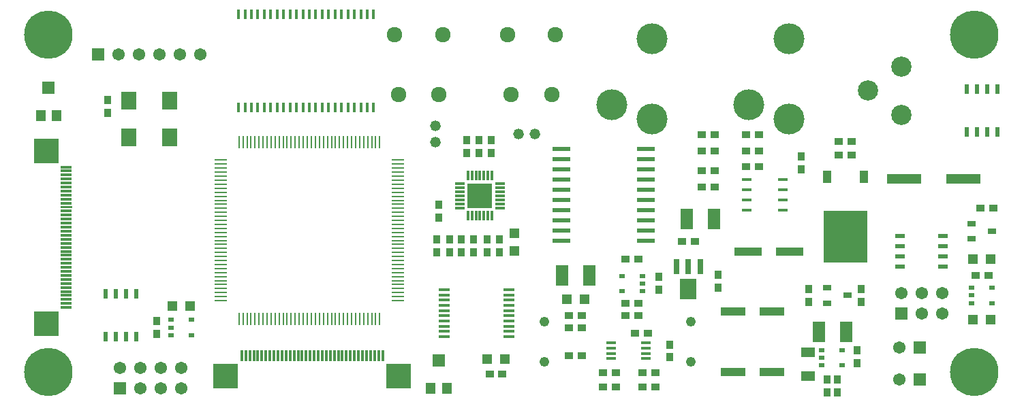
<source format=gts>
G04 #@! TF.FileFunction,Soldermask,Top*
%FSLAX46Y46*%
G04 Gerber Fmt 4.6, Leading zero omitted, Abs format (unit mm)*
G04 Created by KiCad (PCBNEW 4.0.6) date 08/04/17 18:38:55*
%MOMM*%
%LPD*%
G01*
G04 APERTURE LIST*
%ADD10C,0.150000*%
%ADD11C,3.830320*%
%ADD12R,3.020060X1.021080*%
%ADD13C,2.519680*%
%ADD14R,1.270000X1.221740*%
%ADD15R,1.221740X1.270000*%
%ADD16R,0.721360X1.821180*%
%ADD17R,2.019300X2.621280*%
%ADD18R,1.290320X0.401320*%
%ADD19R,0.320040X1.168400*%
%ADD20R,1.168400X0.320040*%
%ADD21R,3.169920X3.169920*%
%ADD22R,3.421380X1.021080*%
%ADD23R,1.671320X1.221740*%
%ADD24R,1.018540X1.617980*%
%ADD25R,5.417820X6.421120*%
%ADD26R,0.419100X1.219200*%
%ADD27R,1.620520X2.519680*%
%ADD28C,6.019800*%
%ADD29R,2.219960X0.619760*%
%ADD30R,1.544320X1.544320*%
%ADD31C,1.544320*%
%ADD32R,4.320540X1.219200*%
%ADD33R,1.021080X0.721360*%
%ADD34R,0.782320X0.528320*%
%ADD35R,1.544320X0.274320*%
%ADD36R,0.274320X1.544320*%
%ADD37C,1.920240*%
%ADD38R,1.821180X2.306320*%
%ADD39R,0.528320X1.163320*%
%ADD40R,1.163320X0.528320*%
%ADD41R,1.219200X0.419100*%
%ADD42R,0.320040X1.419860*%
%ADD43R,3.020060X3.020060*%
%ADD44R,1.419860X0.320040*%
%ADD45R,1.021080X0.820420*%
%ADD46R,0.820420X1.021080*%
%ADD47R,1.419860X0.419100*%
%ADD48C,1.219200*%
%ADD49R,1.620520X1.620520*%
%ADD50R,1.219200X1.419860*%
%ADD51C,1.320800*%
G04 APERTURE END LIST*
D10*
D11*
X78999080Y-4500880D03*
X78999080Y-14500860D03*
X74000360Y-12750800D03*
X95999300Y-4500880D03*
X95999300Y-14500860D03*
X91000580Y-12750800D03*
D12*
X93901260Y-38498780D03*
X89100660Y-38498780D03*
X93901260Y-45999400D03*
X89100660Y-45999400D03*
D13*
X109997240Y-7998460D03*
X105798620Y-11000740D03*
X109999780Y-14000480D03*
D14*
X61899800Y-28795980D03*
X61899800Y-30995620D03*
D15*
X121099580Y-39499540D03*
X118899940Y-39499540D03*
D16*
X85001100Y-32900620D03*
X83499960Y-32900620D03*
X81998820Y-32900620D03*
D17*
X83499960Y-35699700D03*
D18*
X73931780Y-42423080D03*
X73931780Y-43073320D03*
X73931780Y-43723560D03*
X73931780Y-44373800D03*
X78249780Y-44373800D03*
X78249780Y-43723560D03*
X78249780Y-43073320D03*
X78249780Y-42423080D03*
D19*
X56100980Y-26591260D03*
X56601360Y-26591260D03*
X57101740Y-26591260D03*
X57599580Y-26591260D03*
X58097420Y-26591260D03*
X58597800Y-26591260D03*
X59098180Y-26591260D03*
D20*
X60098940Y-25590500D03*
X60098940Y-25090120D03*
X60098940Y-24589740D03*
X60098940Y-24091900D03*
X60098940Y-23594060D03*
X60098940Y-23093680D03*
X60098940Y-22593300D03*
D19*
X59098180Y-21592540D03*
X58597800Y-21592540D03*
X58097420Y-21592540D03*
X57599580Y-21592540D03*
X57101740Y-21592540D03*
X56601360Y-21592540D03*
X56100980Y-21592540D03*
D20*
X55100220Y-22593300D03*
X55100220Y-23093680D03*
X55100220Y-23594060D03*
X55100220Y-24091900D03*
X55100220Y-24589740D03*
X55100220Y-25090120D03*
X55100220Y-25590500D03*
D21*
X57599580Y-24091900D03*
D22*
X96100900Y-31000700D03*
X90898980Y-31000700D03*
D15*
X118899940Y-31998920D03*
X121099580Y-31998920D03*
X68399660Y-37000180D03*
X70599300Y-37000180D03*
X60700920Y-44399200D03*
X58501280Y-44399200D03*
D23*
X98348800Y-43550840D03*
X98348800Y-46550580D03*
D24*
X105277920Y-21701760D03*
D25*
X102999540Y-29199840D03*
D24*
X100721160Y-21701760D03*
D26*
X27599640Y-13101320D03*
X28399740Y-13101320D03*
X29199840Y-13101320D03*
X29999940Y-13101320D03*
X30800040Y-13101320D03*
X31600140Y-13101320D03*
X32400240Y-13101320D03*
X33200340Y-13101320D03*
X34000440Y-13101320D03*
X34800540Y-13101320D03*
X35600640Y-13101320D03*
X36400740Y-13101320D03*
X37200840Y-13101320D03*
X37998400Y-13101320D03*
X38798500Y-13101320D03*
X39598600Y-13101320D03*
X40398700Y-13101320D03*
X41198800Y-13101320D03*
X41998900Y-13101320D03*
X42799000Y-13101320D03*
X43599100Y-13101320D03*
X44399200Y-13101320D03*
X27599640Y-1501140D03*
X28399740Y-1501140D03*
X29199840Y-1501140D03*
X29999940Y-1501140D03*
X30800040Y-1501140D03*
X31600140Y-1501140D03*
X32400240Y-1501140D03*
X33200340Y-1501140D03*
X34000440Y-1501140D03*
X34800540Y-1501140D03*
X35600640Y-1501140D03*
X36400740Y-1501140D03*
X37200840Y-1501140D03*
X38000940Y-1501140D03*
X38798500Y-1501140D03*
X39598600Y-1501140D03*
X40398700Y-1501140D03*
X41198800Y-1501140D03*
X41998900Y-1501140D03*
X42799000Y-1501140D03*
X43599100Y-1501140D03*
X44399200Y-1501140D03*
D27*
X103146860Y-41046400D03*
X99748340Y-41046400D03*
D28*
X118999000Y-45999400D03*
X118999000Y-4000500D03*
X4000500Y-45999400D03*
X4000500Y-4000500D03*
D29*
X67764660Y-18285460D03*
X67764660Y-19555460D03*
X67764660Y-20825460D03*
X67764660Y-22095460D03*
X67764660Y-23365460D03*
X67764660Y-24635460D03*
X67764660Y-25905460D03*
X67764660Y-27175460D03*
X67764660Y-28445460D03*
X67764660Y-29715460D03*
X78234540Y-29715460D03*
X78234540Y-28445460D03*
X78234540Y-27175460D03*
X78234540Y-25905460D03*
X78234540Y-24635460D03*
X78234540Y-23365460D03*
X78234540Y-22095460D03*
X78234540Y-20825460D03*
X78234540Y-19555460D03*
X78234540Y-18285460D03*
D30*
X10149840Y-6499860D03*
D31*
X12689840Y-6499860D03*
X15229840Y-6499860D03*
X17769840Y-6499860D03*
X20309840Y-6499860D03*
X22849840Y-6499860D03*
D30*
X112270540Y-47000160D03*
D31*
X109730540Y-47000160D03*
D30*
X112270540Y-42999660D03*
D31*
X109730540Y-42999660D03*
D30*
X109959140Y-38770560D03*
D31*
X109959140Y-36230560D03*
X112499140Y-38770560D03*
X112499140Y-36230560D03*
X115039140Y-38770560D03*
X115039140Y-36230560D03*
D15*
X19400520Y-37800280D03*
X21600160Y-37800280D03*
D27*
X71198740Y-34000440D03*
X67800220Y-34000440D03*
X86700360Y-27000200D03*
X83301840Y-27000200D03*
D32*
X110299500Y-21998940D03*
X117701060Y-21998940D03*
D33*
X103268780Y-36499800D03*
X100728780Y-37452300D03*
X100728780Y-35547300D03*
X121269760Y-28498800D03*
X118729760Y-29451300D03*
X118729760Y-27546300D03*
D34*
X19230340Y-39547800D03*
X19230340Y-41452800D03*
X21770340Y-39547800D03*
X19230340Y-40500300D03*
X21770340Y-41452800D03*
X118729760Y-35547300D03*
X118729760Y-37452300D03*
X121269760Y-35547300D03*
X118729760Y-36499800D03*
X121269760Y-37452300D03*
X77769720Y-35953700D03*
X77769720Y-34048700D03*
X75229720Y-35953700D03*
X77769720Y-35001200D03*
X75229720Y-34048700D03*
X100078540Y-43294300D03*
X100078540Y-45199300D03*
X102618540Y-43294300D03*
X100078540Y-44246800D03*
X102618540Y-45199300D03*
D35*
X25415240Y-19649440D03*
X25415240Y-20157440D03*
X25415240Y-20652740D03*
X25415240Y-21148040D03*
X25415240Y-21656040D03*
X25415240Y-22151340D03*
X25415240Y-22646640D03*
X25415240Y-23154640D03*
X25415240Y-23649940D03*
X25415240Y-24145240D03*
X25415240Y-24653240D03*
X25415240Y-25148540D03*
X25415240Y-25643840D03*
X25415240Y-26151840D03*
X25415240Y-26647140D03*
X25415240Y-27142440D03*
X25415240Y-27650440D03*
X25415240Y-28145740D03*
X25415240Y-28653740D03*
X25415240Y-29149040D03*
X25415240Y-29657040D03*
X25415240Y-30152340D03*
X25415240Y-30647640D03*
X25415240Y-31155640D03*
X25415240Y-31650940D03*
X25415240Y-32146240D03*
X25415240Y-32654240D03*
X25415240Y-33149540D03*
X25415240Y-33644840D03*
X25415240Y-34152840D03*
X25415240Y-34648140D03*
X25415240Y-35143440D03*
X25415240Y-35651440D03*
X25415240Y-36146740D03*
X25415240Y-36642040D03*
X25415240Y-37150040D03*
D36*
X42153840Y-39385240D03*
X42649140Y-39385240D03*
X43144440Y-39385240D03*
X43652440Y-39385240D03*
X44147740Y-39385240D03*
X44643040Y-39385240D03*
X45151040Y-39385240D03*
X42649140Y-17414240D03*
X42153840Y-17414240D03*
X41645840Y-17414240D03*
X41150540Y-17414240D03*
X40655240Y-17414240D03*
X40147240Y-17414240D03*
X39651940Y-17414240D03*
X39156640Y-17414240D03*
X38648640Y-17414240D03*
X38153340Y-17414240D03*
X37658040Y-17414240D03*
X37150040Y-17414240D03*
X36654740Y-17414240D03*
X36146740Y-17414240D03*
X35651440Y-17414240D03*
X35143440Y-17414240D03*
X34648140Y-17414240D03*
X34152840Y-17414240D03*
X33644840Y-17414240D03*
X33149540Y-17414240D03*
X32654240Y-17414240D03*
X32146240Y-17414240D03*
X31650940Y-17414240D03*
X31155640Y-17414240D03*
X30647640Y-17414240D03*
X30152340Y-17414240D03*
X29657040Y-17414240D03*
X29149040Y-17414240D03*
X28653740Y-17414240D03*
X28158440Y-17414240D03*
X27650440Y-17414240D03*
X27650440Y-39385240D03*
X28158440Y-39385240D03*
X28653740Y-39385240D03*
X29149040Y-39385240D03*
X29657040Y-39385240D03*
X30152340Y-39385240D03*
X30647640Y-39385240D03*
X31155640Y-39385240D03*
X31650940Y-39385240D03*
X32146240Y-39385240D03*
X32654240Y-39385240D03*
X33149540Y-39385240D03*
X33644840Y-39385240D03*
X34152840Y-39385240D03*
X34648140Y-39385240D03*
X35143440Y-39385240D03*
X35651440Y-39385240D03*
X36146740Y-39385240D03*
X36654740Y-39385240D03*
X37150040Y-39385240D03*
X37658040Y-39385240D03*
X38153340Y-39385240D03*
X38648640Y-39385240D03*
X39156640Y-39385240D03*
X39651940Y-39385240D03*
X40147240Y-39385240D03*
X40655240Y-39385240D03*
X41150540Y-39385240D03*
X41645840Y-39385240D03*
D35*
X47386240Y-34648140D03*
X47386240Y-34152840D03*
X47386240Y-33644840D03*
X47386240Y-33149540D03*
X47386240Y-32654240D03*
X47386240Y-32146240D03*
X47386240Y-31650940D03*
X47386240Y-31155640D03*
X47386240Y-30647640D03*
X47386240Y-30152340D03*
X47386240Y-29657040D03*
X47386240Y-29149040D03*
X47386240Y-28653740D03*
X47386240Y-28145740D03*
X47386240Y-27650440D03*
X47386240Y-27142440D03*
X47386240Y-26647140D03*
X47386240Y-26151840D03*
X47386240Y-25643840D03*
X47386240Y-25148540D03*
X47386240Y-24653240D03*
X47386240Y-24145240D03*
X47386240Y-23649940D03*
X47386240Y-23154640D03*
X47386240Y-22646640D03*
X47386240Y-22151340D03*
X47386240Y-21656040D03*
X47386240Y-21148040D03*
X47386240Y-20652740D03*
X47386240Y-20157440D03*
X47386240Y-19649440D03*
X47386240Y-37150040D03*
X47386240Y-36642040D03*
X47386240Y-36146740D03*
X47386240Y-35651440D03*
X47386240Y-35143440D03*
D36*
X45151040Y-17414240D03*
X44643040Y-17414240D03*
X44147740Y-17414240D03*
X43652440Y-17414240D03*
X43144440Y-17414240D03*
D37*
X52499260Y-11501120D03*
X47500540Y-11501120D03*
X47000160Y-4003040D03*
X52999640Y-4003040D03*
X66499740Y-11501120D03*
X61501020Y-11501120D03*
X61000640Y-4003040D03*
X67000120Y-4003040D03*
D38*
X19039840Y-16786860D03*
X13959840Y-16786860D03*
X13959840Y-12214860D03*
X19039840Y-12214860D03*
D39*
X14904720Y-41666160D03*
X14904720Y-36332160D03*
X13634720Y-41666160D03*
X12364720Y-41666160D03*
X11094720Y-41666160D03*
X13634720Y-36332160D03*
X12364720Y-36332160D03*
X11094720Y-36332160D03*
X121904760Y-16167100D03*
X121904760Y-10833100D03*
X120634760Y-16167100D03*
X119364760Y-16167100D03*
X118094760Y-16167100D03*
X120634760Y-10833100D03*
X119364760Y-10833100D03*
X118094760Y-10833100D03*
D40*
X109832140Y-32905700D03*
X115166140Y-32905700D03*
X109832140Y-31635700D03*
X109832140Y-30365700D03*
X109832140Y-29095700D03*
X115166140Y-31635700D03*
X115166140Y-30365700D03*
X115166140Y-29095700D03*
D41*
X90731340Y-22095460D03*
X90731340Y-23365460D03*
X90731340Y-24635460D03*
X90731340Y-25905460D03*
X95270320Y-22095460D03*
X95270320Y-23365460D03*
X95270320Y-24635460D03*
X95270320Y-25905460D03*
D42*
X28003500Y-44002960D03*
D43*
X47500540Y-46499780D03*
X25999440Y-46499780D03*
D42*
X28503880Y-44002960D03*
X29004260Y-44002960D03*
X29504640Y-44002960D03*
X30002480Y-44002960D03*
X30502860Y-44002960D03*
X31003240Y-44002960D03*
X31503620Y-44002960D03*
X32004000Y-44002960D03*
X32504380Y-44002960D03*
X33505140Y-44002960D03*
X34002980Y-44002960D03*
X34503360Y-44002960D03*
X35003740Y-44002960D03*
X35504120Y-44002960D03*
X36004500Y-44002960D03*
X36504880Y-44002960D03*
X37002720Y-44002960D03*
X37503100Y-44002960D03*
X38003480Y-44002960D03*
X38503860Y-44002960D03*
X39004240Y-44002960D03*
X39504620Y-44002960D03*
X40005000Y-44002960D03*
X40502840Y-44002960D03*
X41003220Y-44002960D03*
X41503600Y-44002960D03*
X42003980Y-44002960D03*
X42504360Y-44002960D03*
X43004740Y-44002960D03*
X43505120Y-44002960D03*
X44002960Y-44002960D03*
X44503340Y-44002960D03*
X45003720Y-44002960D03*
X45504100Y-44002960D03*
D10*
G36*
X32842200Y-43290490D02*
X33162240Y-43290490D01*
X33162240Y-44710350D01*
X32842200Y-44710350D01*
X32842200Y-43290490D01*
X32842200Y-43290490D01*
G37*
D44*
X6197600Y-20502880D03*
D43*
X3700780Y-39999920D03*
X3700780Y-18498820D03*
D44*
X6197600Y-21003260D03*
X6197600Y-21503640D03*
X6197600Y-22004020D03*
X6197600Y-22501860D03*
X6197600Y-23002240D03*
X6197600Y-23502620D03*
X6197600Y-24003000D03*
X6197600Y-24503380D03*
X6197600Y-25003760D03*
X6197600Y-26004520D03*
X6197600Y-26502360D03*
X6197600Y-27002740D03*
X6197600Y-27503120D03*
X6197600Y-28003500D03*
X6197600Y-28503880D03*
X6197600Y-29004260D03*
X6197600Y-29502100D03*
X6197600Y-30002480D03*
X6197600Y-30502860D03*
X6197600Y-31003240D03*
X6197600Y-31503620D03*
X6197600Y-32004000D03*
X6197600Y-32504380D03*
X6197600Y-33002220D03*
X6197600Y-33502600D03*
X6197600Y-34002980D03*
X6197600Y-34503360D03*
X6197600Y-35003740D03*
X6197600Y-35504120D03*
X6197600Y-36004500D03*
X6197600Y-36502340D03*
X6197600Y-37002720D03*
X6197600Y-37503100D03*
X6197600Y-38003480D03*
D10*
G36*
X6910070Y-25341580D02*
X6910070Y-25661620D01*
X5490210Y-25661620D01*
X5490210Y-25341580D01*
X6910070Y-25341580D01*
X6910070Y-25341580D01*
G37*
D45*
X85199220Y-18498820D03*
X86799420Y-18498820D03*
D46*
X17399000Y-41300400D03*
X17399000Y-39700200D03*
D45*
X78501240Y-41198800D03*
X76901040Y-41198800D03*
X68699380Y-38999160D03*
X70299580Y-38999160D03*
X102199440Y-18999200D03*
X103799640Y-18999200D03*
D46*
X98501200Y-37299900D03*
X98501200Y-35699700D03*
D45*
X77299820Y-38999160D03*
X75699620Y-38999160D03*
D46*
X11300460Y-12199620D03*
X11300460Y-13799820D03*
D45*
X60401200Y-46299120D03*
X58801000Y-46299120D03*
D46*
X57500520Y-17198340D03*
X57500520Y-18798540D03*
X55999380Y-17198340D03*
X55999380Y-18798540D03*
X56799480Y-31094680D03*
X56799480Y-29494480D03*
X55300880Y-31094680D03*
X55300880Y-29494480D03*
D45*
X86799420Y-20998180D03*
X85199220Y-20998180D03*
D46*
X52199540Y-31099760D03*
X52199540Y-29499560D03*
X52499260Y-26799540D03*
X52499260Y-25199340D03*
X97500440Y-19199860D03*
X97500440Y-20800060D03*
D45*
X92301060Y-18498820D03*
X90700860Y-18498820D03*
D46*
X105001060Y-37299900D03*
X105001060Y-35699700D03*
X87200740Y-33898840D03*
X87200740Y-35499040D03*
D45*
X84300060Y-29799280D03*
X82699860Y-29799280D03*
X75699620Y-31998920D03*
X77299820Y-31998920D03*
X75699620Y-37500560D03*
X77299820Y-37500560D03*
D46*
X79799180Y-35801300D03*
X79799180Y-34201100D03*
X104447340Y-44947840D03*
X104447340Y-43347640D03*
D45*
X103799640Y-17299940D03*
X102199440Y-17299940D03*
X119199660Y-34000440D03*
X120799860Y-34000440D03*
X92301060Y-20500340D03*
X90700860Y-20500340D03*
D46*
X102047040Y-46946820D03*
X102047040Y-48547020D03*
X58999120Y-18798540D03*
X58999120Y-17198340D03*
X100749100Y-48547020D03*
X100749100Y-46946820D03*
D45*
X119799100Y-25600660D03*
X121399300Y-25600660D03*
D46*
X58498740Y-31094680D03*
X58498740Y-29494480D03*
D45*
X92301060Y-16499840D03*
X90700860Y-16499840D03*
X79400400Y-47899320D03*
X77800200Y-47899320D03*
X79392780Y-46098460D03*
X77792580Y-46098460D03*
D46*
X81201260Y-44201080D03*
X81201260Y-42600880D03*
D45*
X72900540Y-47899320D03*
X74500740Y-47899320D03*
X72900540Y-46101000D03*
X74500740Y-46101000D03*
X70299580Y-44000420D03*
X68699380Y-44000420D03*
D46*
X59999880Y-29494480D03*
X59999880Y-31094680D03*
D45*
X86799420Y-16499840D03*
X85199220Y-16499840D03*
X86799420Y-22999700D03*
X85199220Y-22999700D03*
X70299580Y-40500300D03*
X68699380Y-40500300D03*
D46*
X53799740Y-29494480D03*
X53799740Y-31094680D03*
D30*
X12890500Y-48069500D03*
D31*
X12890500Y-45529500D03*
X15430500Y-48069500D03*
X15430500Y-45529500D03*
X17970500Y-48069500D03*
X17970500Y-45529500D03*
X20510500Y-48069500D03*
X20510500Y-45529500D03*
D47*
X61247020Y-41625520D03*
X61247020Y-40975280D03*
X61247020Y-40325040D03*
X61247020Y-39674800D03*
X61247020Y-39024560D03*
X61247020Y-38374320D03*
X61247020Y-37724080D03*
X61247020Y-37073840D03*
X61247020Y-36423600D03*
X61247020Y-35773360D03*
X53152040Y-35775900D03*
X53152040Y-36423600D03*
X53152040Y-37073840D03*
X53152040Y-37724080D03*
X53152040Y-38374320D03*
X53152040Y-39024560D03*
X53152040Y-39674800D03*
X53152040Y-40325040D03*
X53152040Y-40975280D03*
X53152040Y-41625520D03*
D48*
X83799680Y-39801800D03*
X83799680Y-44800520D03*
X65600580Y-39801800D03*
X65600580Y-44800520D03*
D49*
X4000500Y-10599420D03*
D50*
X2999740Y-14099540D03*
X5001260Y-14099540D03*
D49*
X52499260Y-44599860D03*
D50*
X51498500Y-48099980D03*
X53500020Y-48099980D03*
D51*
X62400180Y-16400780D03*
X64401700Y-16400780D03*
X52100480Y-15400020D03*
X52100480Y-17401540D03*
M02*

</source>
